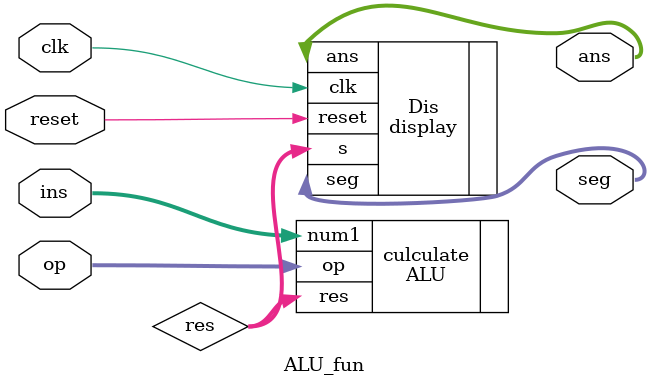
<source format=v>
`timescale 1ns / 1ps


module ALU_fun(
    input clk,
    input reset,
    input wire [7:0] ins,  //操作数1
    input wire [2:0] op,    //操作码
    output wire [6:0] seg,
    output wire [7:0] ans
    );
    //计算出结果
    wire [31:0] res;
    ALU culculate(.num1(ins),.op(op),.res(res));

    //输出
    display Dis(.clk(clk),.reset(reset),.s(res),.seg(seg),.ans(ans));

endmodule

</source>
